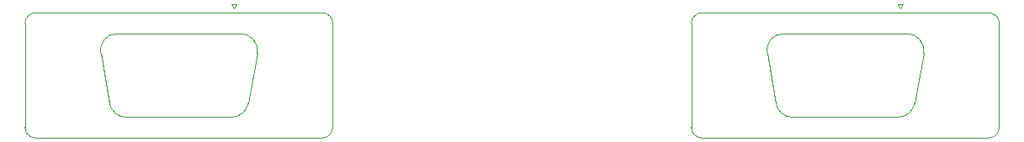
<source format=gbo>
G04 #@! TF.GenerationSoftware,KiCad,Pcbnew,(5.1.2)-2*
G04 #@! TF.CreationDate,2019-11-27T23:52:17-06:00*
G04 #@! TF.ProjectId,ti99-joystick,74693939-2d6a-46f7-9973-7469636b2e6b,rev?*
G04 #@! TF.SameCoordinates,Original*
G04 #@! TF.FileFunction,Legend,Bot*
G04 #@! TF.FilePolarity,Positive*
%FSLAX46Y46*%
G04 Gerber Fmt 4.6, Leading zero omitted, Abs format (unit mm)*
G04 Created by KiCad (PCBNEW (5.1.2)-2) date 2019-11-27 23:52:17*
%MOMM*%
%LPD*%
G04 APERTURE LIST*
%ADD10C,0.120000*%
G04 APERTURE END LIST*
D10*
X104307470Y-75104256D02*
X103408202Y-80204256D01*
X88574530Y-75104256D02*
X89473798Y-80204256D01*
X101773421Y-81576000D02*
X91108579Y-81576000D01*
X102672689Y-73156000D02*
X90209311Y-73156000D01*
X101981000Y-70594675D02*
X102231000Y-70161662D01*
X101731000Y-70161662D02*
X101981000Y-70594675D01*
X102231000Y-70161662D02*
X101731000Y-70161662D01*
X111926000Y-82616000D02*
X111926000Y-72116000D01*
X82016000Y-83676000D02*
X110866000Y-83676000D01*
X80956000Y-72116000D02*
X80956000Y-82616000D01*
X110866000Y-71056000D02*
X82016000Y-71056000D01*
X89473798Y-80204256D02*
G75*
G03X91108579Y-81576000I1634781J288256D01*
G01*
X103408202Y-80204256D02*
G75*
G02X101773421Y-81576000I-1634781J288256D01*
G01*
X88574530Y-75104256D02*
G75*
G02X90209311Y-73156000I1634781J288256D01*
G01*
X104307470Y-75104256D02*
G75*
G03X102672689Y-73156000I-1634781J288256D01*
G01*
X82016000Y-83676000D02*
G75*
G02X80956000Y-82616000I0J1060000D01*
G01*
X110866000Y-83676000D02*
G75*
G03X111926000Y-82616000I0J1060000D01*
G01*
X80956000Y-72116000D02*
G75*
G02X82016000Y-71056000I1060000J0D01*
G01*
X110866000Y-71056000D02*
G75*
G02X111926000Y-72116000I0J-1060000D01*
G01*
X177922000Y-71056000D02*
G75*
G02X178982000Y-72116000I0J-1060000D01*
G01*
X148012000Y-72116000D02*
G75*
G02X149072000Y-71056000I1060000J0D01*
G01*
X177922000Y-83676000D02*
G75*
G03X178982000Y-82616000I0J1060000D01*
G01*
X149072000Y-83676000D02*
G75*
G02X148012000Y-82616000I0J1060000D01*
G01*
X171363470Y-75104256D02*
G75*
G03X169728689Y-73156000I-1634781J288256D01*
G01*
X155630530Y-75104256D02*
G75*
G02X157265311Y-73156000I1634781J288256D01*
G01*
X170464202Y-80204256D02*
G75*
G02X168829421Y-81576000I-1634781J288256D01*
G01*
X156529798Y-80204256D02*
G75*
G03X158164579Y-81576000I1634781J288256D01*
G01*
X177922000Y-71056000D02*
X149072000Y-71056000D01*
X148012000Y-72116000D02*
X148012000Y-82616000D01*
X149072000Y-83676000D02*
X177922000Y-83676000D01*
X178982000Y-82616000D02*
X178982000Y-72116000D01*
X169287000Y-70161662D02*
X168787000Y-70161662D01*
X168787000Y-70161662D02*
X169037000Y-70594675D01*
X169037000Y-70594675D02*
X169287000Y-70161662D01*
X169728689Y-73156000D02*
X157265311Y-73156000D01*
X168829421Y-81576000D02*
X158164579Y-81576000D01*
X155630530Y-75104256D02*
X156529798Y-80204256D01*
X171363470Y-75104256D02*
X170464202Y-80204256D01*
M02*

</source>
